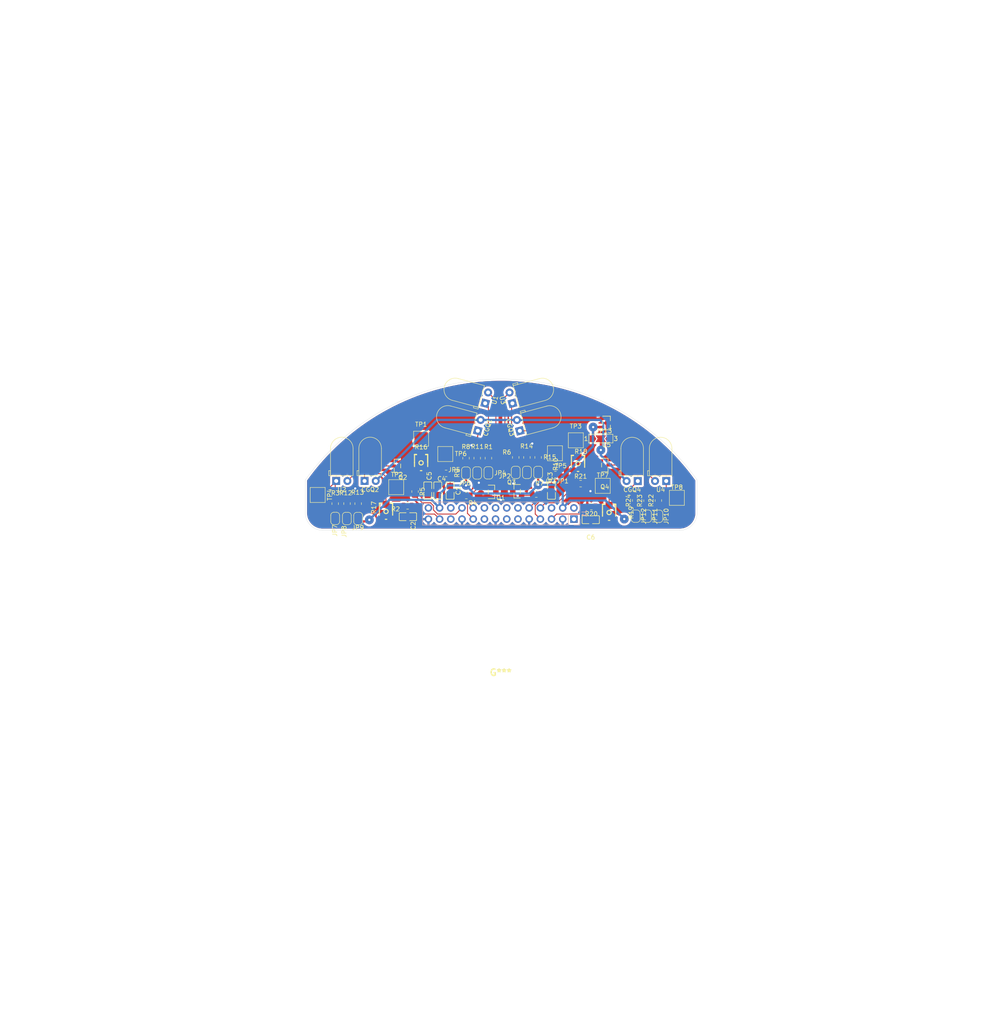
<source format=kicad_pcb>
(kicad_pcb (version 20240108) (generator "pcbnew") (generator_version "8.0")
  (layers (0 "F.Cu" power) (31 "B.Cu" signal) (34 "B.Paste" user) (35 "F.Paste" user) (36 "B.SilkS" user "B.Silkscreen") (37 "F.SilkS" user "F.Silkscreen") (38 "B.Mask" user) (39 "F.Mask" user) (44 "Edge.Cuts" user))
  (net 0 "")
  (net 1 "/Batt")
  (net 11 "GND")
  (net 12 "Net-(U1-A)")
  (net 13 "/Left output")
  (net 14 "/Right output")
  (net 15 "Net-(Q1-C)")
  (net 16 "Net-(Q1-B)")
  (net 17 "Net-(Q2-B)")
  (net 18 "Net-(Q2-C)")
  (net 19 "Net-(Q3-C)")
  (net 20 "Net-(Q3-B)")
  (net 23 "/Left input")
  (net 24 "/Right input")
  (net 25 "Net-(CGQ1-E)")
  (net 26 "Net-(CGQ2-E)")
  (net 27 "Net-(CGQ3-E)")
  (net 28 "Net-(U2-A)")
  (net 29 "Net-(U3-A)")
  (net 30 "Net-(JP1-A)")
  (net 31 "Net-(JP2-A)")
  (net 32 "Net-(JP3-A)")
  (net 33 "Net-(JP4-A)")
  (net 34 "Net-(JP5-A)")
  (net 35 "Net-(JP6-A)")
  (net 36 "Net-(JP7-A)")
  (net 37 "Net-(JP8-A)")
  (net 38 "Net-(JP9-A)")
  (net 39 "/Middle Left output")
  (net 40 "/Middle Left input")
  (net 41 "Net-(CGQ4-E)")
  (net 42 "/Middle Right output")
  (net 43 "Net-(JP10-A)")
  (net 44 "Net-(JP11-A)")
  (net 45 "Net-(JP12-A)")
  (net 46 "Net-(Q4-C)")
  (net 47 "Net-(Q4-B)")
  (net 48 "/Middle Right input")
  (net 49 "Net-(U4-A)")
  (net 52 "Net-(CGQ1-C)")
  (net 53 "Net-(JP13-B)")
  (footprint "Resistor_SMD:R_0805_2012Metric" (layer "F.Cu") (at 210.015851 75.236197 90)
    (property "Reference" "R24")
    (property "Value" "68")
  )
  (footprint "easyeda2kicad:C0805" (layer "F.Cu") (at 167.896755 72.990614 -90)
    (property "Reference" "C1")
    (property "Value" "0.1u")
  )
  (footprint "TestPoint:TestPoint_Pad_3.0x3.0mm" (layer "F.Cu") (at 191.687305 64.521917)
    (property "Reference" "TP5")
    (property "Value" "TestPoint")
  )
  (footprint "TestPoint:TestPoint_Pad_3.0x3.0mm" (layer "F.Cu") (at 161.313521 61.223845)
    (property "Reference" "TP1")
    (property "Value" "TestPoint")
  )
  (footprint "Resistor_SMD:R_0805_2012Metric" (layer "F.Cu") (at 158.254805 76.450504)
    (property "Reference" "R2")
    (property "Value" "680")
  )
  (footprint "TestPoint:TestPoint_Pad_3.0x3.0mm" (layer "F.Cu") (at 137.844555 73.98604)
    (property "Reference" "TP4")
    (property "Value" "TestPoint")
  )
  (footprint "easyeda2kicad:RES-ADJ-SMD_VG039NCH" (layer "F.Cu") (at 196.931239 66.896528 -90)
    (property "Reference" "R18")
    (property "Value" "2200")
  )
  (footprint "Resistor_SMD:R_0805_2012Metric" (layer "F.Cu") (at 215.160843 75.247158 90)
    (property "Reference" "R22")
    (property "Value" "68")
  )
  (footprint "Resistor_SMD:R_0805_2012Metric" (layer "F.Cu") (at 174.051676 65.628539 90)
    (property "Reference" "R11")
    (property "Value" "68")
  )
  (footprint "LOGO" (layer "F.Cu") (at 179.401261 114.270611)
    (property "Reference" "G***")
    (property "Value" "LOGO" (hide yes))
  )
  (footprint "easyeda2kicad:C0805" (layer "F.Cu") (at 199.812777 79.596528 180)
    (property "Reference" "C6")
    (property "Value" "0.1u")
  )
  (footprint "easyeda2kicad:RES-ADJ-SMD_VG039NCH" (layer "F.Cu") (at 161.315686 66.720119 -90)
    (property "Reference" "R16")
    (property "Value" "2200")
  )
  (footprint "easyeda2kicad:C0805" (layer "F.Cu") (at 165.1 72.982478 90)
    (property "Reference" "C4")
    (property "Value" "0.1u")
  )
  (footprint "LED_THT:LED_D5.0mm_Horizontal_O1.27mm_Z3.0mm" (layer "F.Cu") (at 151.0219 70.80803 180)
    (property "Reference" "CGQ2")
    (property "Value" "PT333-3B_C5134")
  )
  (footprint "Resistor_SMD:R_0805_2012Metric" (layer "F.Cu") (at 144.506221 75.941443 90)
    (property "Reference" "R12")
    (property "Value" "68")
  )
  (footprint "LED_THT:LED_D5.0mm_Horizontal_O1.27mm_Z3.0mm" (layer "F.Cu") (at 216.947104 70.823658 180)
    (property "Reference" "U4")
    (property "Value" "IR333-A_C264290")
  )
  (footprint "Jumper:SolderJumper-3_P2.0mm_Open_TrianglePad1.0x1.5mm_NumberLabels" (layer "F.Cu") (at 202.096383 61.220946)
    (property "Reference" "JP13")
    (property "Value" "SolderJumper_3_Open")
  )
  (footprint "LED_THT:LED_D5.0mm_Horizontal_O1.27mm_Z3.0mm" (layer "F.Cu") (at 183.720653 59.425498 105)
    (property "Reference" "CGQ3")
    (property "Value" "PT333-3B_C5134")
  )
  (footprint "TestPoint:TestPoint_Pad_3.0x3.0mm" (layer "F.Cu") (at 202.54184 71.912022)
    (property "Reference" "TP7")
    (property "Value" "TestPoint")
  )
  (footprint "Jumper:SolderJumper-2_P1.3mm_Open_RoundedPad1.0x1.5mm" (layer "F.Cu") (at 141.816478 79.309585 -90)
    (property "Reference" "JP7")
    (property "Value" "SolderJumper_2_Open")
  )
  (footprint "easyeda2kicad:SOT-23-3_L2.9-W1.3-P1.90-LS2.4-BR" (layer "F.Cu") (at 183.111806 73.143032)
    (property "Reference" "Q3")
    (property "Value" "SS8050_C2150")
  )
  (footprint "TestPoint:TestPoint_Pad_3.0x3.0mm" (layer "F.Cu") (at 219.36346 74.637942)
    (property "Reference" "TP8")
    (property "Value" "TestPoint")
  )
  (footprint "easyeda2kicad:SOT-23-3_L2.9-W1.3-P1.90-LS2.4-BR" (layer "F.Cu") (at 177.287866 73.287458 180)
    (property "Reference" "Q1")
    (property "Value" "SS8050_C2150")
  )
  (footprint "Resistor_SMD:R_0805_2012Metric" (layer "F.Cu") (at 185.331081 65.465876 90)
    (property "Reference" "R14")
    (property "Value" "68")
  )
  (footprint "Resistor_SMD:R_0805_2012Metric" (layer "F.Cu") (at 187.871081 65.465876 90)
    (property "Reference" "R15")
    (property "Value" "68")
  )
  (footprint "Resistor_SMD:R_0805_2012Metric" (layer "F.Cu") (at 197.522756 71.416826)
    (property "Reference" "R21")
    (property "Value" "100")
  )
  (footprint "TestPoint:TestPoint_Pad_3.0x3.0mm" (layer "F.Cu") (at 155.664605 72.208848)
    (property "Reference" "TP2")
    (property "Value" "TestPoint")
  )
  (footprint "Jumper:SolderJumper-2_P1.3mm_Open_RoundedPad1.0x1.5mm" (layer "F.Cu") (at 215.155535 78.819004 -90)
    (property "Reference" "JP10")
    (property "Value" "SolderJumper_2_Open")
  )
  (footprint "easyeda2kicad:SOT-23-3_L2.9-W1.6-P1.90-LS2.8-BR" (layer "F.Cu") (at 203.387856 57.640923 180)
    (property "Reference" "U5")
    (property "Value" "XC6206P332MR")
  )
  (footprint "easyeda2kicad:RES-ADJ-SMD_VG039NCH" (layer "F.Cu") (at 153.355891 77.753415 -90)
    (property "Reference" "R17")
    (property "Value" "2200")
  )
  (footprint "Jumper:SolderJumper-2_P1.3mm_Open_RoundedPad1.0x1.5mm" (layer "F.Cu") (at 174.044336 68.992571 -90)
    (property "Reference" "JP6")
    (property "Value" "SolderJumper_2_Open")
  )
  (footprint "easyeda2kicad:RES-ADJ-SMD_VG039NCH" (layer "F.Cu") (at 203.980058 77.992437 -90)
    (property "Reference" "R19")
    (property "Value" "2200")
  )
  (footprint "LED_THT:LED_D5.0mm_Horizontal_O1.27mm_Z3.0mm" (layer "F.Cu") (at 210.489958 70.829179 180)
    (property "Reference" "CGQ4")
    (property "Value" "PT333-3B_C5134")
  )
  (footprint "Resistor_SMD:R_0805_2012Metric" (layer "F.Cu") (at 141.816475 75.952154 90)
    (property "Reference" "R3")
    (property "Value" "68")
  )
  (footprint "LED_THT:LED_D5.0mm_Horizontal_O1.27mm_Z3.0mm" (layer "F.Cu") (at 182.039443 53.189771 105)
    (property "Reference" "U3")
    (property "Value" "IR333-A_C264290")
  )
  (footprint "TestPoint:TestPoint_Pad_3.0x3.0mm" (layer "F.Cu") (at 196.433094 61.582257)
    (property "Reference" "TP3")
    (property "Value" "TestPoint")
  )
  (footprint "LED_THT:LED_D5.0mm_Horizontal_O1.27mm_Z3.0mm" (layer "F.Cu") (at 176.514454 50.722617 -105)
    (property "Reference" "U1")
    (property "Value" "IR333-A_C264290")
  )
  (footprint "Resistor_SMD:R_0805_2012Metric" (layer "F.Cu") (at 182.791081 65.465876 90)
    (property "Reference" "R6")
    (property "Value" "68")
  )
  (footprint "TestPoint:TestPoint_Pad_3.0x3.0mm" (layer "F.Cu") (at 166.801063 64.698266)
    (property "Reference" "TP6")
    (property "Value" "TestPoint")
  )
  (footprint "easyeda2kicad:C0805" (layer "F.Cu") (at 190.894298 72.994378 -90)
    (property "Reference" "C3")
    (property "Value" "0.1u")
  )
  (footprint "LED_THT:LED_D5.0mm_Horizontal_O1.27mm_Z3.0mm" (layer "F.Cu") (at 174.832513 56.960603 -105)
    (property "Reference" "CGQ1")
    (property "Value" "PT333-3B_C5134")
  )
  (footprint "LED_THT:LED_D5.0mm_Horizontal_O1.27mm_Z3.0mm" (layer "F.Cu") (at 144.588176 70.80803 180)
    (property "Reference" "U2")
    (property "Value" "IR333-A_C264290")
  )
  (footprint "Jumper:SolderJumper-2_P1.3mm_Open_RoundedPad1.0x1.5mm" (layer "F.Cu") (at 182.791081 68.869813 -90)
    (property "Reference" "JP2")
    (property "Value" "SolderJumper_2_Open")
  )
  (footprint "Resistor_SMD:R_0805_2012Metric" (layer "F.Cu") (at 191.786813 69.353302)
    (property "Reference" "R10")
    (property "Value" "680")
  )
  (footprint "easyeda2kicad:C0805" (layer "F.Cu") (at 158.314305 78.919794)
    (property "Reference" "C2")
    (property "Value" "0.1u")
  )
  (footprint "easyeda2kicad:C0805" (layer "F.Cu") (at 162.819186 72.982478 90)
    (property "Reference" "C5")
    (property "Value" "4.7u")
  )
  (footprint "Jumper:SolderJumper-2_P1.3mm_Open_RoundedPad1.0x1.5mm" (layer "F.Cu") (at 176.584333 68.966653 -90)
    (property "Reference" "JP4")
    (property "Value" "SolderJumper_2_Open")
  )
  (footprint "Resistor_SMD:R_0805_2012Metric" (layer "F.Cu") (at 199.94752 76.628264 180)
    (property "Reference" "R20")
    (property "Value" "680")
  )
  (footprint "Jumper:SolderJumper-2_P1.3mm_Open_RoundedPad1.0x1.5mm" (layer "F.Cu") (at 212.588347 78.798115 -90)
    (property "Reference" "JP11")
    (property "Value" "SolderJumper_2_Open")
  )
  (footprint "Jumper:SolderJumper-2_P1.3mm_Open_RoundedPad1.0x1.5mm" (layer "F.Cu") (at 187.878896 68.880499 -90)
    (property "Reference" "JP1")
    (property "Value" "SolderJumper_2_Open")
  )
  (footprint "Resistor_SMD:R_0805_2012Metric" (layer "F.Cu") (at 166.989365 69.085758 180)
    (property "Reference" "R9")
    (property "Value" "680")
  )
  (footprint "Resistor_SMD:R_0805_2012Metric" (layer "F.Cu") (at 159.943529 73.20923 90)
    (property "Reference" "R5")
    (property "Value" "100")
  )
  (footprint "Resistor_SMD:R_0805_2012Metric" (layer "F.Cu") (at 147.02894 75.952962 90)
    (property "Reference" "R13")
    (property "Value" "68")
  )
  (footprint "Jumper:SolderJumper-2_P1.3mm_Open_RoundedPad1.0x1.5mm" (layer "F.Cu") (at 144.460149 79.331421 -90)
    (property "Reference" "JP8")
    (property "Value" "SolderJumper_2_Open")
  )
  (footprint "Jumper:SolderJumper-2_P1.3mm_Open_RoundedPad1.0x1.5mm" (layer "F.Cu") (at 147.026065 79.333462 -90)
    (property "Reference" "JP9")
    (property "Value" "SolderJumper_2_Open")
  )
  (footprint "Jumper:SolderJumper-2_P1.3mm_Open_RoundedPad1.0x1.5mm" (layer "F.Cu") (at 210.015851 78.798115 -90)
    (property "Reference" "JP12")
    (property "Value" "SolderJumper_2_Open")
  )
  (footprint "Resistor_SMD:R_0805_2012Metric" (layer "F.Cu") (at 171.511676 65.628539 90)
    (property "Reference" "R8")
    (property "Value" "68")
  )
  (footprint "Jumper:SolderJumper-2_P1.3mm_Open_RoundedPad1.0x1.5mm" (layer "F.Cu") (at 171.504338 69.018489 -90)
    (property "Reference" "JP5")
    (property "Value" "SolderJumper_2_Open")
  )
  (footprint "easyeda2kicad:SOT-23-3_L2.9-W1.3-P1.90-LS2.4-BR" (layer "F.Cu") (at 155.954518 67.403769)
    (property "Reference" "Q2")
    (property "Value" "SS8050_C2150")
  )
  (footprint "Resistor_SMD:R_0805_2012Metric" (layer "F.Cu") (at 171.572232 74.116174)
    (property "Reference" "R4")
    (property "Value" "100")
  )
  (footprint "easyeda2kicad:SOT-23-3_L2.9-W1.3-P1.90-LS2.4-BR" (layer "F.Cu") (at 203.00357 67.195779 180)
    (property "Reference" "Q4")
    (property "Value" "SS8050_C2150")
  )
  (footprint "Jumper:SolderJumper-2_P1.3mm_Open_RoundedPad1.0x1.5mm" (layer "F.Cu") (at 185.336839 68.869813 -90)
    (property "Reference" "JP3")
    (property "Value" "SolderJumper_2_Open")
  )
  (footprint "Resistor_SMD:R_0805_2012Metric" (layer "F.Cu") (at 212.588347 75.291132 90)
    (property "Reference" "R23")
    (property "Value" "68")
  )
  (footprint "Resistor_SMD:R_0805_2012Metric" (layer "F.Cu") (at 187.450785 73.780293 180)
    (property "Reference" "R7")
    (property "Value" "100")
  )
  (footprint "Resistor_SMD:R_0805_2012Metric" (layer "F.Cu") (at 176.591676 65.628539 90)
    (property "Reference" "R1")
    (property "Value" "68")
  )
  (footprint "Connector_PinHeader_2.54mm:PinHeader_2x14_P2.54mm_Vertical" (layer "B.Cu") (at 195.997122 79.46148 90)
    (property "Reference" "J1")
    (property "Value" "Conn_02x14_Odd_Even")
  )
  (gr_arc (start 135.047124 70.570967) (mid 179.497124 47.691378) (end 223.947124 70.570967) (stroke (width 0.05)) (layer "Edge.Cuts"))
  (gr_arc (start 138.986602 82.00148) (mid 136.200975 80.847627) (end 135.047122 78.062) (stroke (width 0.05)) (layer "Edge.Cuts"))
  (gr_line (start 138.986602 82.00148) (end 154.91458 82.00148) (stroke (width 0.05)) (layer "Edge.Cuts"))
  (gr_line (start 203.0356 82.00148) (end 154.91458 82.00148) (stroke (width 0.05)) (layer "Edge.Cuts"))
  (gr_arc (start 223.947122 78.062) (mid 222.793268 80.847625) (end 220.007642 82.00148) (stroke (width 0.05)) (layer "Edge.Cuts"))
  (gr_line (start 223.947124 70.570967) (end 223.947124 78.062) (stroke (width 0.05)) (layer "Edge.Cuts"))
  (gr_line (start 135.047124 70.570967) (end 135.047124 78.062) (stroke (width 0.05)) (layer "Edge.Cuts"))
  (gr_line (start 203.0356 82.00148) (end 220.007642 82.00148) (stroke (width 0.05)) (layer "Edge.Cuts"))
  (segment (start 171.503378 71.823588) (end 171.503378 69.667529) (width 0.5) (layer "F.Cu") (net 1))
  (segment (start 200.36109 58.584346) (end 200.36109 61.038791) (width 0.5) (layer "F.Cu") (net 1))
  (segment (start 200.36109 58.584346) (end 202.141279 58.584346) (width 0.5) (layer "F.Cu") (net 1))
  (segment (start 149.214492 79.983462) (end 147.026065 79.983462) (width 0.5) (layer "F.Cu") (net 1))
  (segment (start 165.517122 74.3996) (end 165.1 73.982478) (width 0.5) (layer "F.Cu") (net 1))
  (segment (start 187.86821 69.519813) (end 187.878896 69.530499) (width 0.5) (layer "F.Cu") (net 1))
  (segment (start 185.336839 69.519813) (end 187.86821 69.519813) (width 0.5) (layer "F.Cu") (net 1))
  (segment (start 165.517122 76.92148) (end 165.517122 74.3996) (width 0.5) (layer "F.Cu") (net 1))
  (segment (start 141.992139 80.135246) (end 141.816478 79.959585) (width 0.5) (layer "F.Cu") (net 1))
  (segment (start 176.558415 69.642571) (end 176.584333 69.616653) (width 0.5) (layer "F.Cu") (net 1))
  (segment (start 144.460149 79.981421) (end 141.838314 79.981421) (width 0.5) (layer "F.Cu") (net 1))
  (segment (start 200.36109 61.038791) (end 200.30439 61.095491) (width 0.5) (layer "F.Cu") (net 1))
  (segment (start 174.018418 69.668489) (end 174.044336 69.642571) (width 0.5) (layer "F.Cu") (net 1))
  (segment (start 185.768068 69.530499) (end 185.705548 69.467979) (width 0.5) (layer "F.Cu") (net 1))
  (segment (start 182.687481 69.623413) (end 182.791081 69.519813) (width 0.5) (layer "F.Cu") (net 1))
  (segment (start 174.044336 69.642571) (end 176.558415 69.642571) (width 0.5) (layer "F.Cu") (net 1))
  (segment (start 210.015851 79.448115) (end 212.588347 79.448115) (width 0.5) (layer "F.Cu") (net 1))
  (segment (start 171.503378 69.667529) (end 171.504338 69.668489) (width 0.5) (layer "F.Cu") (net 1))
  (segment (start 171.504338 69.668489) (end 174.018418 69.668489) (width 0.5) (layer "F.Cu") (net 1))
  (segment (start 187.881823 69.533426) (end 187.86821 69.519813) (width 0.5) (layer "F.Cu") (net 1))
  (segment (start 144.46219 79.983462) (end 144.460149 79.981421) (width 0.5) (layer "F.Cu") (net 1))
  (segment (start 202.141279 58.584346) (end 202.147856 58.590923) (width 0.5) (layer "F.Cu") (net 1))
  (segment (start 165.577735 74.137735) (end 163.296921 74.137735) (width 0.5) (layer "F.Cu") (net 1))
  (segment (start 187.881823 71.684608) (end 187.881823 69.533426) (width 0.5) (layer "F.Cu") (net 1))
  (segment (start 215.134646 79.448115) (end 215.155535 79.469004) (width 0.5) (layer "F.Cu") (net 1))
  (segment (start 212.588347 79.448115) (end 215.134646 79.448115) (width 0.5) (layer "F.Cu") (net 1))
  (segment (start 149.566435 79.631519) (end 149.214492 79.983462) (width 0.5) (layer "F.Cu") (net 1))
  (segment (start 182.791081 69.519813) (end 185.336839 69.519813) (width 0.5) (layer "F.Cu") (net 1))
  (segment (start 141.838314 79.981421) (end 141.816478 79.959585) (width 0.5) (layer "F.Cu") (net 1))
  (segment (start 147.026065 79.983462) (end 144.46219 79.983462) (width 0.5) (layer "F.Cu") (net 1))
  (via (at 187.881823 71.684608) (size 2) (drill 0.5) (layers "F.Cu" "B.Cu") (net 1))
  (via (at 149.566435 79.631519) (size 2) (drill 0.5) (layers "F.Cu" "B.Cu") (net 1))
  (via (at 207.421887 79.447566) (size 2) (drill 0.5) (layers "F.Cu" "B.Cu") (net 1))
  (via (at 200.36109 58.584346) (size 2) (drill 0.5) (layers "F.Cu" "B.Cu") (net 1))
  (via (at 171.503378 71.823588) (size 2) (drill 0.5) (layers "F.Cu" "B.Cu") (net 1))
  (segment (start 200.308725 58.636711) (end 200.36109 58.584346) (width 0.5) (layer "B.Cu") (net 1))
  (segment (start 171.503378 71.823588) (end 167.469437 71.823588) (width 0.5) (layer "B.Cu") (net 1))
  (segment (start 173.33979 73.66) (end 177.8 73.66) (width 0.5) (layer "B.Cu") (net 1))
  (segment (start 200.308725 62.969152) (end 200.308725 58.636711) (width 0.5) (layer "B.Cu") (net 1))
  (segment (start 207.421887 79.447566) (end 203.209684 75.235363) (width 0.5) (layer "B.Cu") (net 1))
  (segment (start 165.517122 76.92148) (end 163.688196 75.092554) (width 0.5) (layer "B.Cu") (net 1))
  (segment (start 165.517122 76.92148) (end 165.517122 73.775903) (width 0.5) (layer "B.Cu") (net 1))
  (segment (start 171.503378 71.823588) (end 173.33979 73.66) (width 0.5) (layer "B.Cu") (net 1))
  (segment (start 193.457122 76.92148) (end 193.457122 73.548461) (width 0.5) (layer "B.Cu") (net 1))
  (segment (start 203.209684 75.235363) (end 195.143239 75.235363) (width 0.5) (layer "B.Cu") (net 1))
  (segment (start 187.881823 71.684608) (end 191.593269 71.684608) (width 0.5) (layer "B.Cu") (net 1))
  (segment (start 185.906431 73.66) (end 187.881823 71.684608) (width 0.5) (layer "B.Cu") (net 1))
  (segment (start 195.143239 75.235363) (end 193.457122 76.92148) (width 0.5) (layer "B.Cu") (net 1))
  (segment (start 163.688196 75.092554) (end 154.1054 75.092554) (width 0.5) (layer "B.Cu") (net 1))
  (segment (start 167.469437 71.823588) (end 165.517122 73.775903) (width 0.5) (layer "B.Cu") (net 1))
  (segment (start 191.593269 71.684608) (end 193.457122 73.548461) (width 0.5) (layer "B.Cu") (net 1))
  (segment (start 187.881823 71.684608) (end 187.559328 71.684608) (width 0.5) (layer "B.Cu") (net 1))
  (segment (start 200.308725 62.969152) (end 191.593269 71.684608) (width 0.5) (layer "B.Cu") (net 1))
  (segment (start 154.1054 75.092554) (end 149.566435 79.631519) (width 0.5) (layer "B.Cu") (net 1))
  (segment (start 177.8 73.66) (end 185.906431 73.66) (width 0.5) (layer "B.Cu") (net 1))
  (via (at 146.364044 72.50519) (size 1) (drill 0.5) (layers "F.Cu" "B.Cu") (net 11))
  (via (at 174.422278 71.212098) (size 1) (drill 0.5) (layers "F.Cu" "B.Cu") (net 11))
  (via (at 182.249701 71.373337) (size 1) (drill 0.5) (layers "F.Cu" "B.Cu") (net 11))
  (via (at 199.745432 73.117568) (size 1) (drill 0.5) (layers "F.Cu" "B.Cu") (net 11))
  (via (at 179.435347 75.111151) (size 1) (drill 0.5) (layers "F.Cu" "B.Cu") (net 11))
  (via (at 186.546034 62.313664) (size 1) (drill 0.5) (layers "F.Cu" "B.Cu") (net 11))
  (via (at 172.71612 62.709432) (size 1) (drill 0.5) (layers "F.Cu" "B.Cu") (net 11))
  (segment (start 176.591676 53.910691) (end 175.857054 53.176069) (width 0.2) (layer "F.Cu") (net 12))
  (segment (start 176.591676 64.716039) (end 174.051676 64.716039) (width 0.2) (layer "F.Cu") (net 12))
  (segment (start 176.591676 64.716039) (end 176.591676 53.910691) (width 0.2) (layer "F.Cu") (net 12))
  (segment (start 174.051676 64.716039) (end 171.511676 64.716039) (width 0.2) (layer "F.Cu") (net 12))
  (segment (start 171.486188 64.698266) (end 166.801063 64.698266) (width 0.2) (layer "F.Cu") (net 12))
  (segment (start 171.511676 64.716039) (end 171.503961 64.716039) (width 0.2) (layer "F.Cu") (net 12))
  (segment (start 171.503961 64.716039) (end 171.486188 64.698266) (width 0.2) (layer "F.Cu") (net 12))
  (segment (start 171.847143 78.171501) (end 173.137122 79.46148) (width 0.2) (layer "F.Cu") (net 13))
  (segment (start 171.156876 75.50692) (end 171.847143 76.197187) (width 0.2) (layer "F.Cu") (net 13))
  (segment (start 169.413061 75.50692) (end 171.156876 75.50692) (width 0.2) (layer "F.Cu") (net 13))
  (segment (start 167.896755 73.990614) (end 169.413061 75.50692) (width 0.2) (layer "F.Cu") (net 13))
  (segment (start 171.847143 76.197187) (end 171.847143 78.171501) (width 0.2) (layer "F.Cu") (net 13))
  (segment (start 188.377122 79.46148) (end 187.227122 78.31148) (width 0.2) (layer "F.Cu") (net 14))
  (segment (start 187.227122 76.445134) (end 189.677878 73.994378) (width 0.2) (layer "F.Cu") (net 14))
  (segment (start 187.227122 78.31148) (end 187.227122 76.445134) (width 0.2) (layer "F.Cu") (net 14))
  (segment (start 189.677878 73.994378) (end 190.894298 73.994378) (width 0.2) (layer "F.Cu") (net 14))
  (segment (start 178.287866 73.287458) (end 178.287866 52.496029) (width 0.2) (layer "F.Cu") (net 15))
  (segment (start 178.287866 52.496029) (end 176.514454 50.722617) (width 0.2) (layer "F.Cu") (net 15))
  (segment (start 174.263448 72.337458) (end 172.484732 74.116174) (width 0.2) (layer "F.Cu") (net 16))
  (segment (start 176.287866 72.337458) (end 174.263448 72.337458) (width 0.2) (layer "F.Cu") (net 16))
  (segment (start 159.943529 71.34278) (end 156.954518 68.353769) (width 0.2) (layer "F.Cu") (net 17))
  (segment (start 159.943529 72.29673) (end 159.943529 71.34278) (width 0.2) (layer "F.Cu") (net 17))
  (segment (start 147.992437 67.403769) (end 144.588176 70.80803) (width 0.2) (layer "F.Cu") (net 18))
  (segment (start 154.954518 67.403769) (end 147.992437 67.403769) (width 0.2) (layer "F.Cu") (net 18))
  (segment (start 180.34 51.778362) (end 181.382043 50.736319) (width 0.2) (layer "F.Cu") (net 19))
  (segment (start 182.111806 73.143032) (end 180.34 71.371226) (width 0.2) (layer "F.Cu") (net 19))
  (segment (start 180.34 71.371226) (end 180.34 51.778362) (width 0.2) (layer "F.Cu") (net 19))
  (segment (start 186.225546 74.093032) (end 186.538285 73.780293) (width 0.2) (layer "F.Cu") (net 20))
  (segment (start 184.111806 74.093032) (end 186.225546 74.093032) (width 0.2) (layer "F.Cu") (net 20))
  (segment (start 170.659732 74.44409) (end 173.137122 76.92148) (width 0.2) (layer "F.Cu") (net 23))
  (segment (start 170.659732 74.116174) (end 170.659732 74.44409) (width 0.2) (layer "F.Cu") (net 23))
  (segment (start 188.363285 74.395317) (end 188.363285 73.780293) (width 0.2) (layer "F.Cu") (net 24))
  (segment (start 185.837122 76.92148) (end 188.363285 74.395317) (width 0.2) (layer "F.Cu") (net 24))
  (segment (start 164.263439 61.223845) (end 164.331325 61.291731) (width 0.2) (layer "F.Cu") (net 25))
  (segment (start 174.175113 59.414055) (end 174.175113 60.714476) (width 0.2) (layer "F.Cu") (net 25))
  (segment (start 164.52921 61.093846) (end 164.331325 61.291731) (width 0.2) (layer "F.Cu") (net 25))
  (segment (start 167.896755 69.090868) (end 167.901865 69.085758) (width 0.2) (layer "F.Cu") (net 25))
  (segment (start 173.795743 61.093846) (end 164.52921 61.093846) (width 0.2) (layer "F.Cu") (net 25))
  (segment (start 161.315686 64.744314) (end 161.329689 64.730311) (width 0.2) (layer "F.Cu") (net 25))
  (segment (start 164.331325 68.085758) (end 161.315686 65.070119) (width 0.2) (layer "F.Cu") (net 25))
  (segment (start 167.901865 69.085758) (end 166.901865 68.085758) (width 0.2) (layer "F.Cu") (net 25))
  (segment (start 164.331325 61.291731) (end 164.331325 68.085758) (width 0.2) (layer "F.Cu") (net 25))
  (segment (start 166.901865 68.085758) (end 164.331325 68.085758) (width 0.2) (layer "F.Cu") (net 25))
  (segment (start 174.175113 60.714476) (end 173.795743 61.093846) (width 0.2) (layer "F.Cu") (net 25))
  (segment (start 161.313521 61.223845) (end 164.263439 61.223845) (width 0.2) (layer "F.Cu") (net 25))
  (segment (start 161.315686 65.070119) (end 161.315686 64.744314) (width 0.2) (layer "F.Cu") (net 25))
  (segment (start 167.896755 71.990614) (end 167.896755 69.090868) (width 0.2) (layer "F.Cu") (net 25))
  (segment (start 152.62208 69.166323) (end 155.664605 72.208848) (width 0.2) (layer "F.Cu") (net 26))
  (segment (start 157.314305 76.478504) (end 157.342305 76.450504) (width 0.2) (layer "F.Cu") (net 26))
  (segment (start 155.664605 72.208848) (end 153.355891 74.517562) (width 0.2) (layer "F.Cu") (net 26))
  (segment (start 156.995216 76.103415) (end 157.342305 76.450504) (width 0.2) (layer "F.Cu") (net 26))
  (segment (start 153.355891 74.517562) (end 153.355891 76.103415) (width 0.2) (layer "F.Cu") (net 26))
  (segment (start 148.4819 69.394733) (end 148.71031 69.166323) (width 0.2) (layer "F.Cu") (net 26))
  (segment (start 148.4819 70.80803) (end 148.4819 69.394733) (width 0.2) (layer "F.Cu") (net 26))
  (segment (start 157.314305 78.919794) (end 157.314305 76.478504) (width 0.2) (layer "F.Cu") (net 26))
  (segment (start 148.71031 69.166323) (end 152.62208 69.166323) (width 0.2) (layer "F.Cu") (net 26))
  (segment (start 153.355891 76.103415) (end 156.995216 76.103415) (width 0.2) (layer "F.Cu") (net 26))
  (segment (start 190.894298 71.994378) (end 190.894298 69.373287) (width 0.2) (layer "F.Cu") (net 27))
  (segment (start 191.505498 59.425498) (end 193.04 60.96) (width 0.2) (layer "F.Cu") (net 27))
  (segment (start 194.281788 62.201788) (end 194.281788 63.950251) (width 0.2) (layer "F.Cu") (net 27))
  (segment (start 195.578065 65.246528) (end 194.981087 65.246528) (width 0.2) (layer "F.Cu") (net 27))
  (segment (start 194.981087 65.246528) (end 190.874313 69.353302) (width 0.2) (layer "F.Cu") (net 27))
  (segment (start 190.894298 69.373287) (end 190.874313 69.353302) (width 0.2) (layer "F.Cu") (net 27))
  (segment (start 194.281788 63.950251) (end 195.578065 65.246528) (width 0.2) (layer "F.Cu") (net 27))
  (segment (start 193.04 60.96) (end 194.281788 62.201788) (width 0.2) (layer "F.Cu") (net 27))
  (segment (start 194.901319 61.582257) (end 194.281788 62.201788) (width 0.2) (layer "F.Cu") (net 27))
  (segment (start 196.433094 61.582257) (end 194.901319 61.582257) (width 0.2) (layer "F.Cu") (net 27))
  (segment (start 195.578065 65.246528) (end 196.931239 65.246528) (width 0.2) (layer "F.Cu") (net 27))
  (segment (start 183.720653 59.425498) (end 191.505498 59.425498) (width 0.2) (layer "F.Cu") (net 27))
  (segment (start 141.816475 75.039654) (end 141.816475 71.039731) (width 0.2) (layer "F.Cu") (net 28))
  (segment (start 138.870166 73.98604) (end 142.048176 70.80803) (width 0.2) (layer "F.Cu") (net 28))
  (segment (start 147.02894 75.040462) (end 144.51774 75.040462) (width 0.2) (layer "F.Cu") (net 28))
  (segment (start 141.816475 71.039731) (end 142.048176 70.80803) (width 0.2) (layer "F.Cu") (net 28))
  (segment (start 144.51774 75.040462) (end 144.506221 75.028943) (width 0.2) (layer "F.Cu") (net 28))
  (segment (start 137.844555 73.98604) (end 138.870166 73.98604) (width 0.2) (layer "F.Cu") (net 28))
  (segment (start 144.506221 75.028943) (end 141.804145 75.028943) (width 0.2) (layer "F.Cu") (net 28))
  (segment (start 182.791081 64.553376) (end 185.331081 64.553376) (width 0.2) (layer "F.Cu") (net 29))
  (segment (start 191.655846 64.553376) (end 191.687305 64.521917) (width 0.2) (layer "F.Cu") (net 29))
  (segment (start 181.863253 63.625548) (end 181.863253 53.365961) (width 0.2) (layer "F.Cu") (net 29))
  (segment (start 182.791081 64.553376) (end 181.863253 63.625548) (width 0.2) (layer "F.Cu") (net 29))
  (segment (start 185.331081 64.553376) (end 187.871081 64.553376) (width 0.2) (layer "F.Cu") (net 29))
  (segment (start 187.871081 64.553376) (end 191.655846 64.553376) (width 0.2) (layer "F.Cu") (net 29))
  (segment (start 181.863253 53.365961) (end 182.039443 53.189771) (width 0.2) (layer "F.Cu") (net 29))
  (segment (start 187.871081 66.378376) (end 187.871081 68.222684) (width 0.2) (layer "F.Cu") (net 30))
  (segment (start 187.871081 68.222684) (end 187.878896 68.230499) (width 0.2) (layer "F.Cu") (net 30))
  (segment (start 182.791081 66.378376) (end 182.791081 68.219813) (width 0.2) (layer "F.Cu") (net 31))
  (segment (start 185.331081 68.214055) (end 185.336839 68.219813) (width 0.2) (layer "F.Cu") (net 32))
  (segment (start 185.331081 66.378376) (end 185.331081 68.214055) (width 0.2) (layer "F.Cu") (net 32))
  (segment (start 176.591676 66.541039) (end 176.591676 68.30931) (width 0.5) (layer "F.Cu") (net 33))
  (segment (start 176.591676 68.30931) (end 176.584333 68.316653) (width 0.5) (layer "F.Cu") (net 33))
  (segment (start 171.511676 68.361151) (end 171.504338 68.368489) (width 0.5) (layer "F.Cu") (net 34))
  (segment (start 171.511676 66.541039) (end 171.511676 68.361151) (width 0.5) (layer "F.Cu") (net 34))
  (segment (start 174.051676 66.541039) (end 174.051676 68.335231) (width 0.5) (layer "F.Cu") (net 35))
  (segment (start 174.051676 68.335231) (end 174.044336 68.342571) (width 0.5) (layer "F.Cu") (net 35))
  (segment (start 141.816475 78.659582) (end 141.816478 78.659585) (width 0.2) (layer "F.Cu") (net 36))
  (segment (start 141.816475 76.864654) (end 141.816475 78.659582) (width 0.2) (layer "F.Cu") (net 36))
  (segment (start 144.506221 76.853943) (end 144.506221 78.635349) (width 0.2) (layer "F.Cu") (net 37))
  (segment (start 144.506221 78.635349) (end 144.460149 78.681421) (width 0.2) (layer "F.Cu") (net 37))
  (segment (start 147.02894 76.865462) (end 147.02894 78.680587) (width 0.2) (layer "F.Cu") (net 38))
  (segment (start 147.02894 78.680587) (end 147.026065 78.683462) (width 0.2) (layer "F.Cu") (net 38))
  (segment (start 165.517122 79.46148) (end 164.367122 78.31148) (width 0.2) (layer "F.Cu") (net 39))
  (segment (start 159.922619 78.31148) (end 159.314305 78.919794) (width 0.2) (layer "F.Cu") (net 39))
  (segment (start 164.367122 78.31148) (end 159.922619 78.31148) (width 0.2) (layer "F.Cu") (net 39))
  (segment (start 164.127122 76.445134) (end 163.453468 75.77148) (width 0.2) (layer "F.Cu") (net 40))
  (segment (start 169.207122 78.31148) (end 165.040776 78.31148) (width 0.2) (layer "F.Cu") (net 40))
  (segment (start 163.453468 75.77148) (end 161.593279 75.77148) (width 0.2) (layer "F.Cu") (net 40))
  (segment (start 170.597122 76.92148) (end 169.207122 78.31148) (width 0.2) (layer "F.Cu") (net 40))
  (segment (start 164.127122 77.397826) (end 164.127122 76.445134) (width 0.2) (layer "F.Cu") (net 40))
  (segment (start 161.593279 75.77148) (end 159.943529 74.12173) (width 0.2) (layer "F.Cu") (net 40))
  (segment (start 165.040776 78.31148) (end 164.127122 77.397826) (width 0.2) (layer "F.Cu") (net 40))
  (segment (start 200.812777 79.596528) (end 200.812777 76.675507) (width 0.2) (layer "F.Cu") (net 41))
  (segment (start 208.102759 73.216378) (end 203.980058 73.216378) (width 0.2) (layer "F.Cu") (net 41))
  (segment (start 210.489958 70.829179) (end 208.102759 73.216378) (width 0.2) (layer "F.Cu") (net 41))
  (segment (start 202.54184 71.77816) (end 202.54184 71.912022) (width 0.2) (layer "F.Cu") (net 41))
  (segment (start 203.980058 73.216378) (end 202.54184 71.77816) (width 0.2) (layer "F.Cu") (net 41))
  (segment (start 203.980058 76.342437) (end 203.980058 73.216378) (width 0.2) (layer "F.Cu") (net 41))
  (segment (start 203.694231 76.628264) (end 203.980058 76.342437) (width 0.2) (layer "F.Cu") (net 41))
  (segment (start 200.86002 76.628264) (end 203.694231 76.628264) (width 0.2) (layer "F.Cu") (net 41))
  (segment (start 200.812777 76.675507) (end 200.86002 76.628264) (width 0.2) (layer "F.Cu") (net 41))
  (segment (start 192.067122 78.31148) (end 190.917122 79.46148) (width 0.2) (layer "F.Cu") (net 42))
  (segment (start 198.812777 79.596528) (end 197.527729 78.31148) (width 0.2) (layer "F.Cu") (net 42))
  (segment (start 197.527729 78.31148) (end 192.067122 78.31148) (width 0.2) (layer "F.Cu") (net 42))
  (segment (start 215.155535 78.169004) (end 215.155535 76.164966) (width 0.2) (layer "F.Cu") (net 43))
  (segment (start 215.155535 76.164966) (end 215.160843 76.159658) (width 0.2) (layer "F.Cu") (net 43))
  (segment (start 212.588347 78.148115) (end 212.588347 76.203632) (width 0.2) (layer "F.Cu") (net 44))
  (segment (start 210.015851 78.148115) (end 210.015851 76.148697) (width 0.2) (layer "F.Cu") (net 45))
  (segment (start 214.407104 70.823658) (end 210.779225 67.195779) (width 0.2) (layer "F.Cu") (net 46))
  (segment (start 210.779225 67.195779) (end 204.00357 67.195779) (width 0.2) (layer "F.Cu") (net 46))
  (segment (start 198.435256 71.416826) (end 199.642772 70.20931) (width 0.2) (layer "F.Cu") (net 47))
  (segment (start 199.642772 68.606577) (end 202.00357 66.245779) (width 0.2) (layer "F.Cu") (net 47))
  (segment (start 199.642772 70.20931) (end 199.642772 68.606577) (width 0.2) (layer "F.Cu") (net 47))
  (segment (start 192.255602 75.77148) (end 189.527122 75.77148) (width 0.2) (layer "F.Cu") (net 48))
  (segment (start 189.527122 75.77148) (end 188.377122 76.92148) (width 0.2) (layer "F.Cu") (net 48))
  (segment (start 196.610256 71.416826) (end 192.255602 75.77148) (width 0.2) (layer "F.Cu") (net 48))
  (segment (start 216.947104 72.548397) (end 215.160843 74.334658) (width 0.2) (layer "F.Cu") (net 49))
  (segment (start 212.588347 74.378632) (end 212.641368 74.378632) (width 0.2) (layer "F.Cu") (net 49))
  (segment (start 212.641368 74.378632) (end 212.685342 74.334658) (width 0.2) (layer "F.Cu") (net 49))
  (segment (start 216.947104 70.823658) (end 216.947104 72.548397) (width 0.2) (layer "F.Cu") (net 49))
  (segment (start 210.015851 74.323697) (end 212.533412 74.323697) (width 0.2) (layer "F.Cu") (net 49))
  (segment (start 219.060176 74.334658) (end 219.36346 74.637942) (width 0.2) (layer "F.Cu") (net 49))
  (segment (start 212.533412 74.323697) (end 212.588347 74.378632) (width 0.2) (layer "F.Cu") (net 49))
  (segment (start 215.160843 74.334658) (end 219.060176 74.334658) (width 0.2) (layer "F.Cu") (net 49))
  (segment (start 212.685342 74.334658) (end 215.160843 74.334658) (width 0.2) (layer "F.Cu") (net 49))
  (segment (start 202.105242 61.229805) (end 202.096383 61.220946) (width 0.5) (layer "F.Cu") (net 52))
  (segment (start 202.468828 63.786037) (end 202.105242 63.786037) (width 0.5) (layer "F.Cu") (net 52))
  (segment (start 202.105242 63.786037) (end 202.105242 61.229805) (width 0.5) (layer "F.Cu") (net 52))
  (via (at 202.105242 63.786037) (size 2) (drill 0.5) (layers "F.Cu" "B.Cu") (net 52))
  (segment (start 202.646277 57.672933) (end 201.94539 56.972046) (width 0.5) (layer "B.Cu") (net 52))
  (segment (start 202.105242 63.786037) (end 202.105242 64.984463) (width 0.5) (layer "B.Cu") (net 52))
  (segment (start 202.646277 63.245002) (end 202.646277 57.672933) (width 0.5) (layer "B.Cu") (net 52))
  (segment (start 202.105242 63.786037) (end 202.646277 63.245002) (width 0.5) (layer "B.Cu") (net 52))
  (segment (start 164.869327 56.960603) (end 151.0219 70.80803) (width 0.5) (layer "B.Cu") (net 52))
  (segment (start 174.832513 56.960603) (end 164.869327 56.960603) (width 0.5) (layer "B.Cu") (net 52))
  (segment (start 201.94539 56.972046) (end 183.063253 56.972046) (width 0.5) (layer "B.Cu") (net 52))
  (segment (start 183.063253 56.972046) (end 174.843956 56.972046) (width 0.5) (layer "B.Cu") (net 52))
  (segment (start 202.105242 64.984463) (end 207.949958 70.829179) (width 0.5) (layer "B.Cu") (net 52))
  (segment (start 174.843956 56.972046) (end 174.832513 56.960603) (width 0.5) (layer "B.Cu") (net 52))
  (segment (start 204.627856 60.689473) (end 204.096383 61.220946) (width 0.5) (layer "F.Cu") (net 53))
  (segment (start 204.627856 57.640923) (end 204.627856 60.689473) (width 0.5) (layer "F.Cu") (net 53))
  (zone (net 11) (net_name "GND") (layers "F&B.Cu") (connect_pads (clearance 0.5)) (min_thickness 0.25) (fill yes (thermal_gap 0.5) (thermal_bridge_width 0.5))
    (polygon (pts (xy 132.507122 38.82148) (xy 229.027122 38.82148) (xy 229.027122 84.54148) (xy 132.507122 84.54148)))
  )
)
</source>
